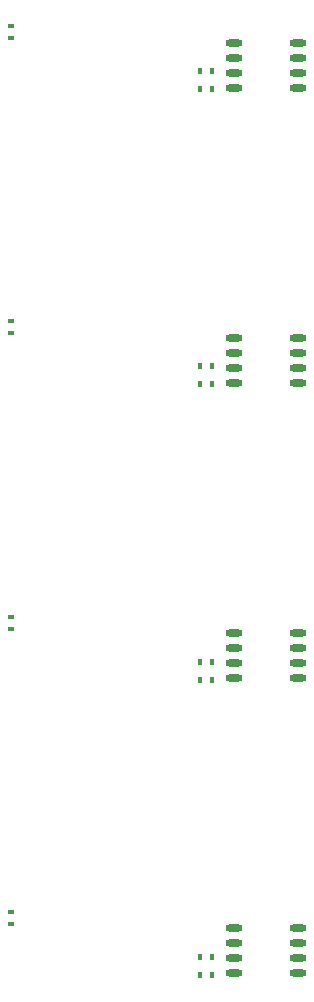
<source format=gbp>
G04*
G04 #@! TF.GenerationSoftware,Altium Limited,Altium Designer,20.2.7 (254)*
G04*
G04 Layer_Color=128*
%FSLAX44Y44*%
%MOMM*%
G71*
G04*
G04 #@! TF.SameCoordinates,9E9914D9-28FD-47AE-AA4C-24E4B2164C89*
G04*
G04*
G04 #@! TF.FilePolarity,Positive*
G04*
G01*
G75*
%ADD28R,0.5500X0.4500*%
%ADD29R,0.4500X0.5500*%
%ADD76O,1.4500X0.6000*%
D28*
X121600Y430100D02*
D03*
Y440100D02*
D03*
Y680100D02*
D03*
Y690100D02*
D03*
Y930100D02*
D03*
Y940100D02*
D03*
Y190100D02*
D03*
Y180100D02*
D03*
D29*
X291700Y402080D02*
D03*
X281700D02*
D03*
X291700Y652080D02*
D03*
X281700D02*
D03*
X291700Y902080D02*
D03*
X281700D02*
D03*
X291700Y386840D02*
D03*
X281700D02*
D03*
X291700Y636840D02*
D03*
X281700D02*
D03*
X291700Y886840D02*
D03*
X281700D02*
D03*
Y152080D02*
D03*
Y136840D02*
D03*
X291700Y152080D02*
D03*
Y136840D02*
D03*
D76*
X310250Y388110D02*
D03*
Y400810D02*
D03*
Y413510D02*
D03*
Y426210D02*
D03*
X364750Y388110D02*
D03*
Y400810D02*
D03*
Y413510D02*
D03*
Y426210D02*
D03*
X310250Y638110D02*
D03*
Y650810D02*
D03*
Y663510D02*
D03*
Y676210D02*
D03*
X364750Y638110D02*
D03*
Y650810D02*
D03*
Y663510D02*
D03*
Y676210D02*
D03*
X310250Y888110D02*
D03*
Y900810D02*
D03*
Y913510D02*
D03*
Y926210D02*
D03*
X364750Y888110D02*
D03*
Y900810D02*
D03*
Y913510D02*
D03*
Y926210D02*
D03*
X310250Y176210D02*
D03*
X364750Y138110D02*
D03*
Y176210D02*
D03*
Y163510D02*
D03*
X310250Y150810D02*
D03*
Y138110D02*
D03*
X364750Y150810D02*
D03*
X310250Y163510D02*
D03*
M02*

</source>
